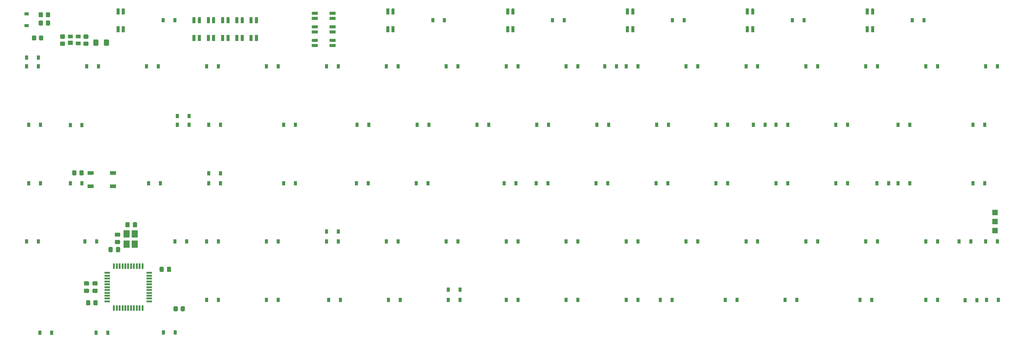
<source format=gbp>
%TF.GenerationSoftware,KiCad,Pcbnew,(5.1.8-0-10_14)*%
%TF.CreationDate,2020-12-29T07:16:28+09:00*%
%TF.ProjectId,Unison,556e6973-6f6e-42e6-9b69-6361645f7063,v01_1*%
%TF.SameCoordinates,Original*%
%TF.FileFunction,Paste,Bot*%
%TF.FilePolarity,Positive*%
%FSLAX46Y46*%
G04 Gerber Fmt 4.6, Leading zero omitted, Abs format (unit mm)*
G04 Created by KiCad (PCBNEW (5.1.8-0-10_14)) date 2020-12-29 07:16:28*
%MOMM*%
%LPD*%
G01*
G04 APERTURE LIST*
%ADD10R,1.500000X0.500000*%
%ADD11R,0.500000X1.500000*%
%ADD12R,1.800000X2.100000*%
%ADD13R,0.820000X1.800000*%
%ADD14C,0.100000*%
%ADD15R,0.820000X1.600000*%
%ADD16R,0.620000X0.400000*%
%ADD17R,0.900000X1.200000*%
%ADD18R,1.200000X0.900000*%
%ADD19R,1.400000X1.000000*%
%ADD20R,1.400000X1.200000*%
%ADD21R,1.800000X0.820000*%
%ADD22R,1.600000X0.820000*%
%ADD23R,0.400000X0.620000*%
%ADD24R,1.524000X1.524000*%
%ADD25R,1.800000X1.100000*%
G04 APERTURE END LIST*
D10*
%TO.C,U1*%
X42600000Y-99400000D03*
X42600000Y-98600000D03*
X42600000Y-97800000D03*
X42600000Y-97000000D03*
X42600000Y-96200000D03*
X42600000Y-95400000D03*
X42600000Y-94600000D03*
X42600000Y-93800000D03*
X42600000Y-93000000D03*
X42600000Y-92200000D03*
X42600000Y-91400000D03*
D11*
X44500000Y-89500000D03*
X45300000Y-89500000D03*
X46100000Y-89500000D03*
X46900000Y-89500000D03*
X47700000Y-89500000D03*
X48500000Y-89500000D03*
X49300000Y-89500000D03*
X50100000Y-89500000D03*
X50900000Y-89500000D03*
X51700000Y-89500000D03*
X52500000Y-89500000D03*
D10*
X54400000Y-91400000D03*
X54400000Y-92200000D03*
X54400000Y-93000000D03*
X54400000Y-93800000D03*
X54400000Y-94600000D03*
X54400000Y-95400000D03*
X54400000Y-96200000D03*
X54400000Y-97000000D03*
X54400000Y-97800000D03*
X54400000Y-98600000D03*
X54400000Y-99400000D03*
D11*
X52500000Y-101300000D03*
X51700000Y-101300000D03*
X50900000Y-101300000D03*
X50100000Y-101300000D03*
X49300000Y-101300000D03*
X48500000Y-101300000D03*
X47700000Y-101300000D03*
X46900000Y-101300000D03*
X46100000Y-101300000D03*
X45300000Y-101300000D03*
X44500000Y-101300000D03*
%TD*%
D12*
%TO.C,Y1*%
X48050000Y-80450000D03*
X48050000Y-83350000D03*
X50350000Y-83350000D03*
X50350000Y-80450000D03*
%TD*%
D13*
%TO.C,L13*%
X222050000Y-17950000D03*
X223550000Y-22950000D03*
X222050000Y-22950000D03*
D14*
G36*
X223760000Y-17050001D02*
G01*
X223959999Y-17250000D01*
X223760000Y-17449999D01*
X223560001Y-17250000D01*
X223760000Y-17050001D01*
G37*
D15*
X223550000Y-18050000D03*
D16*
X223450000Y-17250000D03*
%TD*%
D13*
%TO.C,L5*%
X82950000Y-20400000D03*
X84450000Y-25400000D03*
X82950000Y-25400000D03*
D14*
G36*
X84660000Y-19500001D02*
G01*
X84859999Y-19700000D01*
X84660000Y-19899999D01*
X84460001Y-19700000D01*
X84660000Y-19500001D01*
G37*
D15*
X84450000Y-20500000D03*
D16*
X84350000Y-19700000D03*
%TD*%
D17*
%TO.C,D94*%
X286350000Y-99100000D03*
X283050000Y-99100000D03*
%TD*%
%TO.C,C1*%
G36*
G01*
X37275000Y-94950000D02*
X36325000Y-94950000D01*
G75*
G02*
X36075000Y-94700000I0J250000D01*
G01*
X36075000Y-94025000D01*
G75*
G02*
X36325000Y-93775000I250000J0D01*
G01*
X37275000Y-93775000D01*
G75*
G02*
X37525000Y-94025000I0J-250000D01*
G01*
X37525000Y-94700000D01*
G75*
G02*
X37275000Y-94950000I-250000J0D01*
G01*
G37*
G36*
G01*
X37275000Y-97025000D02*
X36325000Y-97025000D01*
G75*
G02*
X36075000Y-96775000I0J250000D01*
G01*
X36075000Y-96100000D01*
G75*
G02*
X36325000Y-95850000I250000J0D01*
G01*
X37275000Y-95850000D01*
G75*
G02*
X37525000Y-96100000I0J-250000D01*
G01*
X37525000Y-96775000D01*
G75*
G02*
X37275000Y-97025000I-250000J0D01*
G01*
G37*
%TD*%
%TO.C,C2*%
G36*
G01*
X48900000Y-77425000D02*
X48900000Y-78375000D01*
G75*
G02*
X48650000Y-78625000I-250000J0D01*
G01*
X47975000Y-78625000D01*
G75*
G02*
X47725000Y-78375000I0J250000D01*
G01*
X47725000Y-77425000D01*
G75*
G02*
X47975000Y-77175000I250000J0D01*
G01*
X48650000Y-77175000D01*
G75*
G02*
X48900000Y-77425000I0J-250000D01*
G01*
G37*
G36*
G01*
X50975000Y-77425000D02*
X50975000Y-78375000D01*
G75*
G02*
X50725000Y-78625000I-250000J0D01*
G01*
X50050000Y-78625000D01*
G75*
G02*
X49800000Y-78375000I0J250000D01*
G01*
X49800000Y-77425000D01*
G75*
G02*
X50050000Y-77175000I250000J0D01*
G01*
X50725000Y-77175000D01*
G75*
G02*
X50975000Y-77425000I0J-250000D01*
G01*
G37*
%TD*%
%TO.C,C3*%
G36*
G01*
X45975000Y-81250000D02*
X45025000Y-81250000D01*
G75*
G02*
X44775000Y-81000000I0J250000D01*
G01*
X44775000Y-80325000D01*
G75*
G02*
X45025000Y-80075000I250000J0D01*
G01*
X45975000Y-80075000D01*
G75*
G02*
X46225000Y-80325000I0J-250000D01*
G01*
X46225000Y-81000000D01*
G75*
G02*
X45975000Y-81250000I-250000J0D01*
G01*
G37*
G36*
G01*
X45975000Y-83325000D02*
X45025000Y-83325000D01*
G75*
G02*
X44775000Y-83075000I0J250000D01*
G01*
X44775000Y-82400000D01*
G75*
G02*
X45025000Y-82150000I250000J0D01*
G01*
X45975000Y-82150000D01*
G75*
G02*
X46225000Y-82400000I0J-250000D01*
G01*
X46225000Y-83075000D01*
G75*
G02*
X45975000Y-83325000I-250000J0D01*
G01*
G37*
%TD*%
%TO.C,C4*%
G36*
G01*
X45050000Y-85325000D02*
X45050000Y-84375000D01*
G75*
G02*
X45300000Y-84125000I250000J0D01*
G01*
X45975000Y-84125000D01*
G75*
G02*
X46225000Y-84375000I0J-250000D01*
G01*
X46225000Y-85325000D01*
G75*
G02*
X45975000Y-85575000I-250000J0D01*
G01*
X45300000Y-85575000D01*
G75*
G02*
X45050000Y-85325000I0J250000D01*
G01*
G37*
G36*
G01*
X42975000Y-85325000D02*
X42975000Y-84375000D01*
G75*
G02*
X43225000Y-84125000I250000J0D01*
G01*
X43900000Y-84125000D01*
G75*
G02*
X44150000Y-84375000I0J-250000D01*
G01*
X44150000Y-85325000D01*
G75*
G02*
X43900000Y-85575000I-250000J0D01*
G01*
X43225000Y-85575000D01*
G75*
G02*
X42975000Y-85325000I0J250000D01*
G01*
G37*
%TD*%
%TO.C,C5*%
G36*
G01*
X59350000Y-90875000D02*
X59350000Y-89925000D01*
G75*
G02*
X59600000Y-89675000I250000J0D01*
G01*
X60275000Y-89675000D01*
G75*
G02*
X60525000Y-89925000I0J-250000D01*
G01*
X60525000Y-90875000D01*
G75*
G02*
X60275000Y-91125000I-250000J0D01*
G01*
X59600000Y-91125000D01*
G75*
G02*
X59350000Y-90875000I0J250000D01*
G01*
G37*
G36*
G01*
X57275000Y-90875000D02*
X57275000Y-89925000D01*
G75*
G02*
X57525000Y-89675000I250000J0D01*
G01*
X58200000Y-89675000D01*
G75*
G02*
X58450000Y-89925000I0J-250000D01*
G01*
X58450000Y-90875000D01*
G75*
G02*
X58200000Y-91125000I-250000J0D01*
G01*
X57525000Y-91125000D01*
G75*
G02*
X57275000Y-90875000I0J250000D01*
G01*
G37*
%TD*%
%TO.C,C6*%
G36*
G01*
X38725000Y-95850000D02*
X39675000Y-95850000D01*
G75*
G02*
X39925000Y-96100000I0J-250000D01*
G01*
X39925000Y-96775000D01*
G75*
G02*
X39675000Y-97025000I-250000J0D01*
G01*
X38725000Y-97025000D01*
G75*
G02*
X38475000Y-96775000I0J250000D01*
G01*
X38475000Y-96100000D01*
G75*
G02*
X38725000Y-95850000I250000J0D01*
G01*
G37*
G36*
G01*
X38725000Y-93775000D02*
X39675000Y-93775000D01*
G75*
G02*
X39925000Y-94025000I0J-250000D01*
G01*
X39925000Y-94700000D01*
G75*
G02*
X39675000Y-94950000I-250000J0D01*
G01*
X38725000Y-94950000D01*
G75*
G02*
X38475000Y-94700000I0J250000D01*
G01*
X38475000Y-94025000D01*
G75*
G02*
X38725000Y-93775000I250000J0D01*
G01*
G37*
%TD*%
%TO.C,C7*%
G36*
G01*
X37850000Y-99325000D02*
X37850000Y-100275000D01*
G75*
G02*
X37600000Y-100525000I-250000J0D01*
G01*
X36925000Y-100525000D01*
G75*
G02*
X36675000Y-100275000I0J250000D01*
G01*
X36675000Y-99325000D01*
G75*
G02*
X36925000Y-99075000I250000J0D01*
G01*
X37600000Y-99075000D01*
G75*
G02*
X37850000Y-99325000I0J-250000D01*
G01*
G37*
G36*
G01*
X39925000Y-99325000D02*
X39925000Y-100275000D01*
G75*
G02*
X39675000Y-100525000I-250000J0D01*
G01*
X39000000Y-100525000D01*
G75*
G02*
X38750000Y-100275000I0J250000D01*
G01*
X38750000Y-99325000D01*
G75*
G02*
X39000000Y-99075000I250000J0D01*
G01*
X39675000Y-99075000D01*
G75*
G02*
X39925000Y-99325000I0J-250000D01*
G01*
G37*
%TD*%
%TO.C,D1*%
X23350000Y-30900000D03*
X20050000Y-30900000D03*
%TD*%
D18*
%TO.C,D2*%
X20000000Y-18650000D03*
X20000000Y-21950000D03*
%TD*%
D17*
%TO.C,D3*%
X23350000Y-33400000D03*
X20050000Y-33400000D03*
%TD*%
%TO.C,D4*%
X23950000Y-49800000D03*
X20650000Y-49800000D03*
%TD*%
%TO.C,D5*%
X23950000Y-66200000D03*
X20650000Y-66200000D03*
%TD*%
%TO.C,D6*%
X23350000Y-82600000D03*
X20050000Y-82600000D03*
%TD*%
%TO.C,D7*%
X27050000Y-108200000D03*
X23750000Y-108200000D03*
%TD*%
%TO.C,D8*%
X61550000Y-20400000D03*
X58250000Y-20400000D03*
%TD*%
%TO.C,D9*%
X40150000Y-33400000D03*
X36850000Y-33400000D03*
%TD*%
%TO.C,D10*%
X35550000Y-49900000D03*
X32250000Y-49900000D03*
%TD*%
%TO.C,D11*%
X35550000Y-66200000D03*
X32250000Y-66200000D03*
%TD*%
%TO.C,D12*%
X39650000Y-82600000D03*
X36350000Y-82600000D03*
%TD*%
%TO.C,D13*%
X42750000Y-108200000D03*
X39450000Y-108200000D03*
%TD*%
%TO.C,D14*%
X65550000Y-47300000D03*
X62250000Y-47300000D03*
%TD*%
%TO.C,D15*%
X56950000Y-33400000D03*
X53650000Y-33400000D03*
%TD*%
%TO.C,D16*%
X65550000Y-49800000D03*
X62250000Y-49800000D03*
%TD*%
%TO.C,D17*%
X57550000Y-66200000D03*
X54250000Y-66200000D03*
%TD*%
%TO.C,D18*%
X64850000Y-82600000D03*
X61550000Y-82600000D03*
%TD*%
%TO.C,D19*%
X61650000Y-108150000D03*
X58350000Y-108150000D03*
%TD*%
%TO.C,D20*%
X73750000Y-33400000D03*
X70450000Y-33400000D03*
%TD*%
%TO.C,D21*%
X74350000Y-49800000D03*
X71050000Y-49800000D03*
%TD*%
%TO.C,D22*%
X74350000Y-66200000D03*
X71050000Y-66200000D03*
%TD*%
%TO.C,D23*%
X73750000Y-82600000D03*
X70450000Y-82600000D03*
%TD*%
%TO.C,D24*%
X73750000Y-99000000D03*
X70450000Y-99000000D03*
%TD*%
%TO.C,D25*%
X74350000Y-63400000D03*
X71050000Y-63400000D03*
%TD*%
%TO.C,D26*%
X90550000Y-33400000D03*
X87250000Y-33400000D03*
%TD*%
%TO.C,D27*%
X95350000Y-49800000D03*
X92050000Y-49800000D03*
%TD*%
%TO.C,D28*%
X95350000Y-66200000D03*
X92050000Y-66200000D03*
%TD*%
%TO.C,D29*%
X90550000Y-82600000D03*
X87250000Y-82600000D03*
%TD*%
%TO.C,D30*%
X90550000Y-99000000D03*
X87250000Y-99000000D03*
%TD*%
%TO.C,D31*%
X107350000Y-33400000D03*
X104050000Y-33400000D03*
%TD*%
%TO.C,D32*%
X115950000Y-49800000D03*
X112650000Y-49800000D03*
%TD*%
%TO.C,D33*%
X115750000Y-66200000D03*
X112450000Y-66200000D03*
%TD*%
%TO.C,D34*%
X107350000Y-82600000D03*
X104050000Y-82600000D03*
%TD*%
%TO.C,D35*%
X107950000Y-99000000D03*
X104650000Y-99000000D03*
%TD*%
%TO.C,D36*%
X107350000Y-79800000D03*
X104050000Y-79800000D03*
%TD*%
%TO.C,D37*%
X124150000Y-33400000D03*
X120850000Y-33400000D03*
%TD*%
%TO.C,D38*%
X132750000Y-49800000D03*
X129450000Y-49800000D03*
%TD*%
%TO.C,D39*%
X132550000Y-66200000D03*
X129250000Y-66200000D03*
%TD*%
%TO.C,D40*%
X124150000Y-82600000D03*
X120850000Y-82600000D03*
%TD*%
%TO.C,D41*%
X124750000Y-99000000D03*
X121450000Y-99000000D03*
%TD*%
%TO.C,D42*%
X140950000Y-33400000D03*
X137650000Y-33400000D03*
%TD*%
%TO.C,D43*%
X149550000Y-49800000D03*
X146250000Y-49800000D03*
%TD*%
%TO.C,D44*%
X157150000Y-66200000D03*
X153850000Y-66200000D03*
%TD*%
%TO.C,D45*%
X140950000Y-82600000D03*
X137650000Y-82600000D03*
%TD*%
%TO.C,D46*%
X141550000Y-99000000D03*
X138250000Y-99000000D03*
%TD*%
%TO.C,D47*%
X141550000Y-96100000D03*
X138250000Y-96100000D03*
%TD*%
%TO.C,D48*%
X157750000Y-33400000D03*
X154450000Y-33400000D03*
%TD*%
%TO.C,D49*%
X166350000Y-49800000D03*
X163050000Y-49800000D03*
%TD*%
%TO.C,D50*%
X166150000Y-66200000D03*
X162850000Y-66200000D03*
%TD*%
%TO.C,D51*%
X157750000Y-82600000D03*
X154450000Y-82600000D03*
%TD*%
%TO.C,D52*%
X157750000Y-99000000D03*
X154450000Y-99000000D03*
%TD*%
%TO.C,D53*%
X170750000Y-20400000D03*
X167450000Y-20400000D03*
%TD*%
%TO.C,D54*%
X174550000Y-33400000D03*
X171250000Y-33400000D03*
%TD*%
%TO.C,D55*%
X183150000Y-49800000D03*
X179850000Y-49800000D03*
%TD*%
%TO.C,D56*%
X182950000Y-66200000D03*
X179650000Y-66200000D03*
%TD*%
%TO.C,D57*%
X174550000Y-82600000D03*
X171250000Y-82600000D03*
%TD*%
%TO.C,D58*%
X174550000Y-99000000D03*
X171250000Y-99000000D03*
%TD*%
%TO.C,D59*%
X185350000Y-33400000D03*
X182050000Y-33400000D03*
%TD*%
%TO.C,D60*%
X191350000Y-33400000D03*
X188050000Y-33400000D03*
%TD*%
%TO.C,D61*%
X199950000Y-49800000D03*
X196650000Y-49800000D03*
%TD*%
%TO.C,D62*%
X199750000Y-66200000D03*
X196450000Y-66200000D03*
%TD*%
%TO.C,D63*%
X191350000Y-82600000D03*
X188050000Y-82600000D03*
%TD*%
%TO.C,D64*%
X191350000Y-99000000D03*
X188050000Y-99000000D03*
%TD*%
%TO.C,D65*%
X204350000Y-20400000D03*
X201050000Y-20400000D03*
%TD*%
%TO.C,D66*%
X208150000Y-33400000D03*
X204850000Y-33400000D03*
%TD*%
%TO.C,D67*%
X216550000Y-49800000D03*
X213250000Y-49800000D03*
%TD*%
%TO.C,D68*%
X216550000Y-66200000D03*
X213250000Y-66200000D03*
%TD*%
%TO.C,D69*%
X208150000Y-82600000D03*
X204850000Y-82600000D03*
%TD*%
%TO.C,D70*%
X200950000Y-99000000D03*
X197650000Y-99000000D03*
%TD*%
%TO.C,D71*%
X227050000Y-49800000D03*
X223750000Y-49800000D03*
%TD*%
%TO.C,D72*%
X224950000Y-33400000D03*
X221650000Y-33400000D03*
%TD*%
%TO.C,D73*%
X233350000Y-49800000D03*
X230050000Y-49800000D03*
%TD*%
%TO.C,D74*%
X233350000Y-66200000D03*
X230050000Y-66200000D03*
%TD*%
%TO.C,D75*%
X224950000Y-82600000D03*
X221650000Y-82600000D03*
%TD*%
%TO.C,D76*%
X219150000Y-99000000D03*
X215850000Y-99000000D03*
%TD*%
%TO.C,D77*%
X237950000Y-20400000D03*
X234650000Y-20400000D03*
%TD*%
%TO.C,D78*%
X241750000Y-33400000D03*
X238450000Y-33400000D03*
%TD*%
%TO.C,D79*%
X250150000Y-49800000D03*
X246850000Y-49800000D03*
%TD*%
%TO.C,D80*%
X250150000Y-66200000D03*
X246850000Y-66200000D03*
%TD*%
%TO.C,D81*%
X241750000Y-82600000D03*
X238450000Y-82600000D03*
%TD*%
%TO.C,D82*%
X235950000Y-99000000D03*
X232650000Y-99000000D03*
%TD*%
%TO.C,D83*%
X261650000Y-66200000D03*
X258350000Y-66200000D03*
%TD*%
%TO.C,D84*%
X258550000Y-33400000D03*
X255250000Y-33400000D03*
%TD*%
%TO.C,D85*%
X267550000Y-49800000D03*
X264250000Y-49800000D03*
%TD*%
%TO.C,D86*%
X267550000Y-66200000D03*
X264250000Y-66200000D03*
%TD*%
%TO.C,D87*%
X258550000Y-82600000D03*
X255250000Y-82600000D03*
%TD*%
%TO.C,D88*%
X256950000Y-99000000D03*
X253650000Y-99000000D03*
%TD*%
%TO.C,D89*%
X271550000Y-20400000D03*
X268250000Y-20400000D03*
%TD*%
%TO.C,D90*%
X275350000Y-33400000D03*
X272050000Y-33400000D03*
%TD*%
%TO.C,D91*%
X275350000Y-82600000D03*
X272050000Y-82600000D03*
%TD*%
%TO.C,D92*%
X275350000Y-99000000D03*
X272050000Y-99000000D03*
%TD*%
%TO.C,D93*%
X284650000Y-82600000D03*
X281350000Y-82600000D03*
%TD*%
%TO.C,D95*%
X292150000Y-33400000D03*
X288850000Y-33400000D03*
%TD*%
%TO.C,D96*%
X288550000Y-49800000D03*
X285250000Y-49800000D03*
%TD*%
%TO.C,D97*%
X288550000Y-66200000D03*
X285250000Y-66200000D03*
%TD*%
%TO.C,D98*%
X292150000Y-82600000D03*
X288850000Y-82600000D03*
%TD*%
%TO.C,D99*%
X292350000Y-99000000D03*
X289050000Y-99000000D03*
%TD*%
%TO.C,D100*%
X137150000Y-20400000D03*
X133850000Y-20400000D03*
%TD*%
D19*
%TO.C,D102*%
X34475000Y-26925000D03*
X34475000Y-25025000D03*
X32275000Y-25025000D03*
D20*
X32275000Y-26745000D03*
%TD*%
%TO.C,F1*%
G36*
G01*
X40125000Y-26075000D02*
X40125000Y-27325000D01*
G75*
G02*
X39875000Y-27575000I-250000J0D01*
G01*
X38950000Y-27575000D01*
G75*
G02*
X38700000Y-27325000I0J250000D01*
G01*
X38700000Y-26075000D01*
G75*
G02*
X38950000Y-25825000I250000J0D01*
G01*
X39875000Y-25825000D01*
G75*
G02*
X40125000Y-26075000I0J-250000D01*
G01*
G37*
G36*
G01*
X43100000Y-26075000D02*
X43100000Y-27325000D01*
G75*
G02*
X42850000Y-27575000I-250000J0D01*
G01*
X41925000Y-27575000D01*
G75*
G02*
X41675000Y-27325000I0J250000D01*
G01*
X41675000Y-26075000D01*
G75*
G02*
X41925000Y-25825000I250000J0D01*
G01*
X42850000Y-25825000D01*
G75*
G02*
X43100000Y-26075000I0J-250000D01*
G01*
G37*
%TD*%
D13*
%TO.C,L1*%
X66950000Y-20400000D03*
X68450000Y-25400000D03*
X66950000Y-25400000D03*
D14*
G36*
X68660000Y-19500001D02*
G01*
X68859999Y-19700000D01*
X68660000Y-19899999D01*
X68460001Y-19700000D01*
X68660000Y-19500001D01*
G37*
D15*
X68450000Y-20500000D03*
D16*
X68350000Y-19700000D03*
%TD*%
D13*
%TO.C,L2*%
X70950000Y-20400000D03*
X72450000Y-25400000D03*
X70950000Y-25400000D03*
D14*
G36*
X72660000Y-19500001D02*
G01*
X72859999Y-19700000D01*
X72660000Y-19899999D01*
X72460001Y-19700000D01*
X72660000Y-19500001D01*
G37*
D15*
X72450000Y-20500000D03*
D16*
X72350000Y-19700000D03*
%TD*%
D13*
%TO.C,L3*%
X74950000Y-20400000D03*
X76450000Y-25400000D03*
X74950000Y-25400000D03*
D14*
G36*
X76660000Y-19500001D02*
G01*
X76859999Y-19700000D01*
X76660000Y-19899999D01*
X76460001Y-19700000D01*
X76660000Y-19500001D01*
G37*
D15*
X76450000Y-20500000D03*
D16*
X76350000Y-19700000D03*
%TD*%
D13*
%TO.C,L4*%
X78950000Y-20400000D03*
X80450000Y-25400000D03*
X78950000Y-25400000D03*
D14*
G36*
X80660000Y-19500001D02*
G01*
X80859999Y-19700000D01*
X80660000Y-19899999D01*
X80460001Y-19700000D01*
X80660000Y-19500001D01*
G37*
D15*
X80450000Y-20500000D03*
D16*
X80350000Y-19700000D03*
%TD*%
D21*
%TO.C,L6*%
X100800000Y-19950000D03*
X105800000Y-18450000D03*
X105800000Y-19950000D03*
D14*
G36*
X99900001Y-18240000D02*
G01*
X100100000Y-18040001D01*
X100299999Y-18240000D01*
X100100000Y-18439999D01*
X99900001Y-18240000D01*
G37*
D22*
X100900000Y-18450000D03*
D23*
X100100000Y-18550000D03*
%TD*%
D21*
%TO.C,L7*%
X100800000Y-23750000D03*
X105800000Y-22250000D03*
X105800000Y-23750000D03*
D14*
G36*
X99900001Y-22040000D02*
G01*
X100100000Y-21840001D01*
X100299999Y-22040000D01*
X100100000Y-22239999D01*
X99900001Y-22040000D01*
G37*
D22*
X100900000Y-22250000D03*
D23*
X100100000Y-22350000D03*
%TD*%
D21*
%TO.C,L8*%
X100800000Y-27550000D03*
X105800000Y-26050000D03*
X105800000Y-27550000D03*
D14*
G36*
X99900001Y-25840000D02*
G01*
X100100000Y-25640001D01*
X100299999Y-25840000D01*
X100100000Y-26039999D01*
X99900001Y-25840000D01*
G37*
D22*
X100900000Y-26050000D03*
D23*
X100100000Y-26150000D03*
%TD*%
D13*
%TO.C,L9*%
X45650000Y-17950000D03*
X47150000Y-22950000D03*
X45650000Y-22950000D03*
D14*
G36*
X47360000Y-17050001D02*
G01*
X47559999Y-17250000D01*
X47360000Y-17449999D01*
X47160001Y-17250000D01*
X47360000Y-17050001D01*
G37*
D15*
X47150000Y-18050000D03*
D16*
X47050000Y-17250000D03*
%TD*%
D13*
%TO.C,L10*%
X121250000Y-17950000D03*
X122750000Y-22950000D03*
X121250000Y-22950000D03*
D14*
G36*
X122960000Y-17050001D02*
G01*
X123159999Y-17250000D01*
X122960000Y-17449999D01*
X122760001Y-17250000D01*
X122960000Y-17050001D01*
G37*
D15*
X122750000Y-18050000D03*
D16*
X122650000Y-17250000D03*
%TD*%
D13*
%TO.C,L11*%
X154850000Y-17950000D03*
X156350000Y-22950000D03*
X154850000Y-22950000D03*
D14*
G36*
X156560000Y-17050001D02*
G01*
X156759999Y-17250000D01*
X156560000Y-17449999D01*
X156360001Y-17250000D01*
X156560000Y-17050001D01*
G37*
D15*
X156350000Y-18050000D03*
D16*
X156250000Y-17250000D03*
%TD*%
D13*
%TO.C,L12*%
X188450000Y-17950000D03*
X189950000Y-22950000D03*
X188450000Y-22950000D03*
D14*
G36*
X190160000Y-17050001D02*
G01*
X190359999Y-17250000D01*
X190160000Y-17449999D01*
X189960001Y-17250000D01*
X190160000Y-17050001D01*
G37*
D15*
X189950000Y-18050000D03*
D16*
X189850000Y-17250000D03*
%TD*%
D13*
%TO.C,L14*%
X255650000Y-17950000D03*
X257150000Y-22950000D03*
X255650000Y-22950000D03*
D14*
G36*
X257360000Y-17050001D02*
G01*
X257559999Y-17250000D01*
X257360000Y-17449999D01*
X257160001Y-17250000D01*
X257360000Y-17050001D01*
G37*
D15*
X257150000Y-18050000D03*
D16*
X257050000Y-17250000D03*
%TD*%
D24*
%TO.C,L15*%
X291450000Y-74470000D03*
X291450000Y-77010000D03*
X291450000Y-79550000D03*
%TD*%
%TO.C,R1*%
G36*
G01*
X22700000Y-24949999D02*
X22700000Y-25850001D01*
G75*
G02*
X22450001Y-26100000I-249999J0D01*
G01*
X21749999Y-26100000D01*
G75*
G02*
X21500000Y-25850001I0J249999D01*
G01*
X21500000Y-24949999D01*
G75*
G02*
X21749999Y-24700000I249999J0D01*
G01*
X22450001Y-24700000D01*
G75*
G02*
X22700000Y-24949999I0J-249999D01*
G01*
G37*
G36*
G01*
X24700000Y-24949999D02*
X24700000Y-25850001D01*
G75*
G02*
X24450001Y-26100000I-249999J0D01*
G01*
X23749999Y-26100000D01*
G75*
G02*
X23500000Y-25850001I0J249999D01*
G01*
X23500000Y-24949999D01*
G75*
G02*
X23749999Y-24700000I249999J0D01*
G01*
X24450001Y-24700000D01*
G75*
G02*
X24700000Y-24949999I0J-249999D01*
G01*
G37*
%TD*%
%TO.C,R4*%
G36*
G01*
X34800000Y-63750001D02*
X34800000Y-62849999D01*
G75*
G02*
X35049999Y-62600000I249999J0D01*
G01*
X35750001Y-62600000D01*
G75*
G02*
X36000000Y-62849999I0J-249999D01*
G01*
X36000000Y-63750001D01*
G75*
G02*
X35750001Y-64000000I-249999J0D01*
G01*
X35049999Y-64000000D01*
G75*
G02*
X34800000Y-63750001I0J249999D01*
G01*
G37*
G36*
G01*
X32800000Y-63750001D02*
X32800000Y-62849999D01*
G75*
G02*
X33049999Y-62600000I249999J0D01*
G01*
X33750001Y-62600000D01*
G75*
G02*
X34000000Y-62849999I0J-249999D01*
G01*
X34000000Y-63750001D01*
G75*
G02*
X33750001Y-64000000I-249999J0D01*
G01*
X33049999Y-64000000D01*
G75*
G02*
X32800000Y-63750001I0J249999D01*
G01*
G37*
%TD*%
%TO.C,R5*%
G36*
G01*
X25400000Y-19350001D02*
X25400000Y-18449999D01*
G75*
G02*
X25649999Y-18200000I249999J0D01*
G01*
X26350001Y-18200000D01*
G75*
G02*
X26600000Y-18449999I0J-249999D01*
G01*
X26600000Y-19350001D01*
G75*
G02*
X26350001Y-19600000I-249999J0D01*
G01*
X25649999Y-19600000D01*
G75*
G02*
X25400000Y-19350001I0J249999D01*
G01*
G37*
G36*
G01*
X23400000Y-19350001D02*
X23400000Y-18449999D01*
G75*
G02*
X23649999Y-18200000I249999J0D01*
G01*
X24350001Y-18200000D01*
G75*
G02*
X24600000Y-18449999I0J-249999D01*
G01*
X24600000Y-19350001D01*
G75*
G02*
X24350001Y-19600000I-249999J0D01*
G01*
X23649999Y-19600000D01*
G75*
G02*
X23400000Y-19350001I0J249999D01*
G01*
G37*
%TD*%
%TO.C,R6*%
G36*
G01*
X25400000Y-21650001D02*
X25400000Y-20749999D01*
G75*
G02*
X25649999Y-20500000I249999J0D01*
G01*
X26350001Y-20500000D01*
G75*
G02*
X26600000Y-20749999I0J-249999D01*
G01*
X26600000Y-21650001D01*
G75*
G02*
X26350001Y-21900000I-249999J0D01*
G01*
X25649999Y-21900000D01*
G75*
G02*
X25400000Y-21650001I0J249999D01*
G01*
G37*
G36*
G01*
X23400000Y-21650001D02*
X23400000Y-20749999D01*
G75*
G02*
X23649999Y-20500000I249999J0D01*
G01*
X24350001Y-20500000D01*
G75*
G02*
X24600000Y-20749999I0J-249999D01*
G01*
X24600000Y-21650001D01*
G75*
G02*
X24350001Y-21900000I-249999J0D01*
G01*
X23649999Y-21900000D01*
G75*
G02*
X23400000Y-21650001I0J249999D01*
G01*
G37*
%TD*%
%TO.C,R7*%
G36*
G01*
X37100001Y-25625000D02*
X36199999Y-25625000D01*
G75*
G02*
X35950000Y-25375001I0J249999D01*
G01*
X35950000Y-24674999D01*
G75*
G02*
X36199999Y-24425000I249999J0D01*
G01*
X37100001Y-24425000D01*
G75*
G02*
X37350000Y-24674999I0J-249999D01*
G01*
X37350000Y-25375001D01*
G75*
G02*
X37100001Y-25625000I-249999J0D01*
G01*
G37*
G36*
G01*
X37100001Y-27625000D02*
X36199999Y-27625000D01*
G75*
G02*
X35950000Y-27375001I0J249999D01*
G01*
X35950000Y-26674999D01*
G75*
G02*
X36199999Y-26425000I249999J0D01*
G01*
X37100001Y-26425000D01*
G75*
G02*
X37350000Y-26674999I0J-249999D01*
G01*
X37350000Y-27375001D01*
G75*
G02*
X37100001Y-27625000I-249999J0D01*
G01*
G37*
%TD*%
%TO.C,R8*%
G36*
G01*
X30550001Y-25625000D02*
X29649999Y-25625000D01*
G75*
G02*
X29400000Y-25375001I0J249999D01*
G01*
X29400000Y-24674999D01*
G75*
G02*
X29649999Y-24425000I249999J0D01*
G01*
X30550001Y-24425000D01*
G75*
G02*
X30800000Y-24674999I0J-249999D01*
G01*
X30800000Y-25375001D01*
G75*
G02*
X30550001Y-25625000I-249999J0D01*
G01*
G37*
G36*
G01*
X30550001Y-27625000D02*
X29649999Y-27625000D01*
G75*
G02*
X29400000Y-27375001I0J249999D01*
G01*
X29400000Y-26674999D01*
G75*
G02*
X29649999Y-26425000I249999J0D01*
G01*
X30550001Y-26425000D01*
G75*
G02*
X30800000Y-26674999I0J-249999D01*
G01*
X30800000Y-27375001D01*
G75*
G02*
X30550001Y-27625000I-249999J0D01*
G01*
G37*
%TD*%
%TO.C,R9*%
G36*
G01*
X63200000Y-101925001D02*
X63200000Y-101024999D01*
G75*
G02*
X63449999Y-100775000I249999J0D01*
G01*
X64150001Y-100775000D01*
G75*
G02*
X64400000Y-101024999I0J-249999D01*
G01*
X64400000Y-101925001D01*
G75*
G02*
X64150001Y-102175000I-249999J0D01*
G01*
X63449999Y-102175000D01*
G75*
G02*
X63200000Y-101925001I0J249999D01*
G01*
G37*
G36*
G01*
X61200000Y-101925001D02*
X61200000Y-101024999D01*
G75*
G02*
X61449999Y-100775000I249999J0D01*
G01*
X62150001Y-100775000D01*
G75*
G02*
X62400000Y-101024999I0J-249999D01*
G01*
X62400000Y-101925001D01*
G75*
G02*
X62150001Y-102175000I-249999J0D01*
G01*
X61449999Y-102175000D01*
G75*
G02*
X61200000Y-101925001I0J249999D01*
G01*
G37*
%TD*%
D25*
%TO.C,ResetSW1*%
X44200000Y-63350000D03*
X38000000Y-63350000D03*
X44200000Y-67050000D03*
X38000000Y-67050000D03*
%TD*%
M02*

</source>
